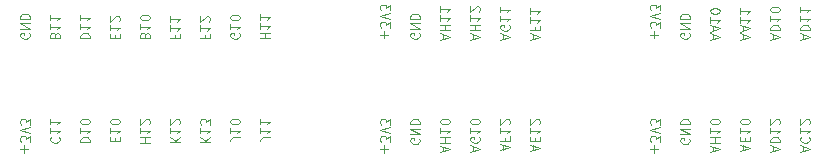
<source format=gbo>
G04 #@! TF.GenerationSoftware,KiCad,Pcbnew,7.0.11-7.0.11~ubuntu20.04.1*
G04 #@! TF.CreationDate,2024-08-17T23:29:04+02:00*
G04 #@! TF.ProjectId,kicad-kria-4x-pmod,6b696361-642d-46b7-9269-612d34782d70,1.0*
G04 #@! TF.SameCoordinates,Original*
G04 #@! TF.FileFunction,Legend,Bot*
G04 #@! TF.FilePolarity,Positive*
%FSLAX46Y46*%
G04 Gerber Fmt 4.6, Leading zero omitted, Abs format (unit mm)*
G04 Created by KiCad (PCBNEW 7.0.11-7.0.11~ubuntu20.04.1) date 2024-08-17 23:29:04*
%MOMM*%
%LPD*%
G01*
G04 APERTURE LIST*
G04 Aperture macros list*
%AMRoundRect*
0 Rectangle with rounded corners*
0 $1 Rounding radius*
0 $2 $3 $4 $5 $6 $7 $8 $9 X,Y pos of 4 corners*
0 Add a 4 corners polygon primitive as box body*
4,1,4,$2,$3,$4,$5,$6,$7,$8,$9,$2,$3,0*
0 Add four circle primitives for the rounded corners*
1,1,$1+$1,$2,$3*
1,1,$1+$1,$4,$5*
1,1,$1+$1,$6,$7*
1,1,$1+$1,$8,$9*
0 Add four rect primitives between the rounded corners*
20,1,$1+$1,$2,$3,$4,$5,0*
20,1,$1+$1,$4,$5,$6,$7,0*
20,1,$1+$1,$6,$7,$8,$9,0*
20,1,$1+$1,$8,$9,$2,$3,0*%
G04 Aperture macros list end*
%ADD10C,0.100000*%
%ADD11C,2.500000*%
%ADD12R,1.700000X1.700000*%
%ADD13O,1.700000X1.700000*%
%ADD14RoundRect,0.250000X-0.600000X0.600000X-0.600000X-0.600000X0.600000X-0.600000X0.600000X0.600000X0*%
%ADD15C,1.700000*%
G04 APERTURE END LIST*
D10*
X170043676Y-81027932D02*
X170043676Y-80646979D01*
X169815104Y-81104122D02*
X170615104Y-80837455D01*
X170615104Y-80837455D02*
X169815104Y-80570789D01*
X169891295Y-79846979D02*
X169853200Y-79885075D01*
X169853200Y-79885075D02*
X169815104Y-79999360D01*
X169815104Y-79999360D02*
X169815104Y-80075551D01*
X169815104Y-80075551D02*
X169853200Y-80189837D01*
X169853200Y-80189837D02*
X169929390Y-80266027D01*
X169929390Y-80266027D02*
X170005580Y-80304122D01*
X170005580Y-80304122D02*
X170157961Y-80342218D01*
X170157961Y-80342218D02*
X170272247Y-80342218D01*
X170272247Y-80342218D02*
X170424628Y-80304122D01*
X170424628Y-80304122D02*
X170500819Y-80266027D01*
X170500819Y-80266027D02*
X170577009Y-80189837D01*
X170577009Y-80189837D02*
X170615104Y-80075551D01*
X170615104Y-80075551D02*
X170615104Y-79999360D01*
X170615104Y-79999360D02*
X170577009Y-79885075D01*
X170577009Y-79885075D02*
X170538914Y-79846979D01*
X169815104Y-79085075D02*
X169815104Y-79542218D01*
X169815104Y-79313646D02*
X170615104Y-79313646D01*
X170615104Y-79313646D02*
X170500819Y-79389837D01*
X170500819Y-79389837D02*
X170424628Y-79466027D01*
X170424628Y-79466027D02*
X170386533Y-79542218D01*
X170538914Y-78780313D02*
X170577009Y-78742217D01*
X170577009Y-78742217D02*
X170615104Y-78666027D01*
X170615104Y-78666027D02*
X170615104Y-78475551D01*
X170615104Y-78475551D02*
X170577009Y-78399360D01*
X170577009Y-78399360D02*
X170538914Y-78361265D01*
X170538914Y-78361265D02*
X170462723Y-78323170D01*
X170462723Y-78323170D02*
X170386533Y-78323170D01*
X170386533Y-78323170D02*
X170272247Y-78361265D01*
X170272247Y-78361265D02*
X169815104Y-78818408D01*
X169815104Y-78818408D02*
X169815104Y-78323170D01*
X167503676Y-81027932D02*
X167503676Y-80646979D01*
X167275104Y-81104122D02*
X168075104Y-80837455D01*
X168075104Y-80837455D02*
X167275104Y-80570789D01*
X167275104Y-80304122D02*
X168075104Y-80304122D01*
X168075104Y-80304122D02*
X168075104Y-80113646D01*
X168075104Y-80113646D02*
X168037009Y-79999360D01*
X168037009Y-79999360D02*
X167960819Y-79923170D01*
X167960819Y-79923170D02*
X167884628Y-79885075D01*
X167884628Y-79885075D02*
X167732247Y-79846979D01*
X167732247Y-79846979D02*
X167617961Y-79846979D01*
X167617961Y-79846979D02*
X167465580Y-79885075D01*
X167465580Y-79885075D02*
X167389390Y-79923170D01*
X167389390Y-79923170D02*
X167313200Y-79999360D01*
X167313200Y-79999360D02*
X167275104Y-80113646D01*
X167275104Y-80113646D02*
X167275104Y-80304122D01*
X167275104Y-79085075D02*
X167275104Y-79542218D01*
X167275104Y-79313646D02*
X168075104Y-79313646D01*
X168075104Y-79313646D02*
X167960819Y-79389837D01*
X167960819Y-79389837D02*
X167884628Y-79466027D01*
X167884628Y-79466027D02*
X167846533Y-79542218D01*
X167998914Y-78780313D02*
X168037009Y-78742217D01*
X168037009Y-78742217D02*
X168075104Y-78666027D01*
X168075104Y-78666027D02*
X168075104Y-78475551D01*
X168075104Y-78475551D02*
X168037009Y-78399360D01*
X168037009Y-78399360D02*
X167998914Y-78361265D01*
X167998914Y-78361265D02*
X167922723Y-78323170D01*
X167922723Y-78323170D02*
X167846533Y-78323170D01*
X167846533Y-78323170D02*
X167732247Y-78361265D01*
X167732247Y-78361265D02*
X167275104Y-78818408D01*
X167275104Y-78818408D02*
X167275104Y-78323170D01*
X164963676Y-80951742D02*
X164963676Y-80570789D01*
X164735104Y-81027932D02*
X165535104Y-80761265D01*
X165535104Y-80761265D02*
X164735104Y-80494599D01*
X165154152Y-80227932D02*
X165154152Y-79961266D01*
X164735104Y-79846980D02*
X164735104Y-80227932D01*
X164735104Y-80227932D02*
X165535104Y-80227932D01*
X165535104Y-80227932D02*
X165535104Y-79846980D01*
X164735104Y-79085075D02*
X164735104Y-79542218D01*
X164735104Y-79313646D02*
X165535104Y-79313646D01*
X165535104Y-79313646D02*
X165420819Y-79389837D01*
X165420819Y-79389837D02*
X165344628Y-79466027D01*
X165344628Y-79466027D02*
X165306533Y-79542218D01*
X165535104Y-78589836D02*
X165535104Y-78513646D01*
X165535104Y-78513646D02*
X165497009Y-78437455D01*
X165497009Y-78437455D02*
X165458914Y-78399360D01*
X165458914Y-78399360D02*
X165382723Y-78361265D01*
X165382723Y-78361265D02*
X165230342Y-78323170D01*
X165230342Y-78323170D02*
X165039866Y-78323170D01*
X165039866Y-78323170D02*
X164887485Y-78361265D01*
X164887485Y-78361265D02*
X164811295Y-78399360D01*
X164811295Y-78399360D02*
X164773200Y-78437455D01*
X164773200Y-78437455D02*
X164735104Y-78513646D01*
X164735104Y-78513646D02*
X164735104Y-78589836D01*
X164735104Y-78589836D02*
X164773200Y-78666027D01*
X164773200Y-78666027D02*
X164811295Y-78704122D01*
X164811295Y-78704122D02*
X164887485Y-78742217D01*
X164887485Y-78742217D02*
X165039866Y-78780313D01*
X165039866Y-78780313D02*
X165230342Y-78780313D01*
X165230342Y-78780313D02*
X165382723Y-78742217D01*
X165382723Y-78742217D02*
X165458914Y-78704122D01*
X165458914Y-78704122D02*
X165497009Y-78666027D01*
X165497009Y-78666027D02*
X165535104Y-78589836D01*
X170043676Y-71536830D02*
X170043676Y-71155877D01*
X169815104Y-71613020D02*
X170615104Y-71346353D01*
X170615104Y-71346353D02*
X169815104Y-71079687D01*
X169815104Y-70813020D02*
X170615104Y-70813020D01*
X170615104Y-70813020D02*
X170615104Y-70622544D01*
X170615104Y-70622544D02*
X170577009Y-70508258D01*
X170577009Y-70508258D02*
X170500819Y-70432068D01*
X170500819Y-70432068D02*
X170424628Y-70393973D01*
X170424628Y-70393973D02*
X170272247Y-70355877D01*
X170272247Y-70355877D02*
X170157961Y-70355877D01*
X170157961Y-70355877D02*
X170005580Y-70393973D01*
X170005580Y-70393973D02*
X169929390Y-70432068D01*
X169929390Y-70432068D02*
X169853200Y-70508258D01*
X169853200Y-70508258D02*
X169815104Y-70622544D01*
X169815104Y-70622544D02*
X169815104Y-70813020D01*
X169815104Y-69593973D02*
X169815104Y-70051116D01*
X169815104Y-69822544D02*
X170615104Y-69822544D01*
X170615104Y-69822544D02*
X170500819Y-69898735D01*
X170500819Y-69898735D02*
X170424628Y-69974925D01*
X170424628Y-69974925D02*
X170386533Y-70051116D01*
X169815104Y-68832068D02*
X169815104Y-69289211D01*
X169815104Y-69060639D02*
X170615104Y-69060639D01*
X170615104Y-69060639D02*
X170500819Y-69136830D01*
X170500819Y-69136830D02*
X170424628Y-69213020D01*
X170424628Y-69213020D02*
X170386533Y-69289211D01*
X167503676Y-71536830D02*
X167503676Y-71155877D01*
X167275104Y-71613020D02*
X168075104Y-71346353D01*
X168075104Y-71346353D02*
X167275104Y-71079687D01*
X167275104Y-70813020D02*
X168075104Y-70813020D01*
X168075104Y-70813020D02*
X168075104Y-70622544D01*
X168075104Y-70622544D02*
X168037009Y-70508258D01*
X168037009Y-70508258D02*
X167960819Y-70432068D01*
X167960819Y-70432068D02*
X167884628Y-70393973D01*
X167884628Y-70393973D02*
X167732247Y-70355877D01*
X167732247Y-70355877D02*
X167617961Y-70355877D01*
X167617961Y-70355877D02*
X167465580Y-70393973D01*
X167465580Y-70393973D02*
X167389390Y-70432068D01*
X167389390Y-70432068D02*
X167313200Y-70508258D01*
X167313200Y-70508258D02*
X167275104Y-70622544D01*
X167275104Y-70622544D02*
X167275104Y-70813020D01*
X167275104Y-69593973D02*
X167275104Y-70051116D01*
X167275104Y-69822544D02*
X168075104Y-69822544D01*
X168075104Y-69822544D02*
X167960819Y-69898735D01*
X167960819Y-69898735D02*
X167884628Y-69974925D01*
X167884628Y-69974925D02*
X167846533Y-70051116D01*
X168075104Y-69098734D02*
X168075104Y-69022544D01*
X168075104Y-69022544D02*
X168037009Y-68946353D01*
X168037009Y-68946353D02*
X167998914Y-68908258D01*
X167998914Y-68908258D02*
X167922723Y-68870163D01*
X167922723Y-68870163D02*
X167770342Y-68832068D01*
X167770342Y-68832068D02*
X167579866Y-68832068D01*
X167579866Y-68832068D02*
X167427485Y-68870163D01*
X167427485Y-68870163D02*
X167351295Y-68908258D01*
X167351295Y-68908258D02*
X167313200Y-68946353D01*
X167313200Y-68946353D02*
X167275104Y-69022544D01*
X167275104Y-69022544D02*
X167275104Y-69098734D01*
X167275104Y-69098734D02*
X167313200Y-69174925D01*
X167313200Y-69174925D02*
X167351295Y-69213020D01*
X167351295Y-69213020D02*
X167427485Y-69251115D01*
X167427485Y-69251115D02*
X167579866Y-69289211D01*
X167579866Y-69289211D02*
X167770342Y-69289211D01*
X167770342Y-69289211D02*
X167922723Y-69251115D01*
X167922723Y-69251115D02*
X167998914Y-69213020D01*
X167998914Y-69213020D02*
X168037009Y-69174925D01*
X168037009Y-69174925D02*
X168075104Y-69098734D01*
X164963676Y-71536830D02*
X164963676Y-71155877D01*
X164735104Y-71613020D02*
X165535104Y-71346353D01*
X165535104Y-71346353D02*
X164735104Y-71079687D01*
X164963676Y-70851116D02*
X164963676Y-70470163D01*
X164735104Y-70927306D02*
X165535104Y-70660639D01*
X165535104Y-70660639D02*
X164735104Y-70393973D01*
X164735104Y-69708259D02*
X164735104Y-70165402D01*
X164735104Y-69936830D02*
X165535104Y-69936830D01*
X165535104Y-69936830D02*
X165420819Y-70013021D01*
X165420819Y-70013021D02*
X165344628Y-70089211D01*
X165344628Y-70089211D02*
X165306533Y-70165402D01*
X164735104Y-68946354D02*
X164735104Y-69403497D01*
X164735104Y-69174925D02*
X165535104Y-69174925D01*
X165535104Y-69174925D02*
X165420819Y-69251116D01*
X165420819Y-69251116D02*
X165344628Y-69327306D01*
X165344628Y-69327306D02*
X165306533Y-69403497D01*
X162423676Y-81066027D02*
X162423676Y-80685074D01*
X162195104Y-81142217D02*
X162995104Y-80875550D01*
X162995104Y-80875550D02*
X162195104Y-80608884D01*
X162195104Y-80342217D02*
X162995104Y-80342217D01*
X162614152Y-80342217D02*
X162614152Y-79885074D01*
X162195104Y-79885074D02*
X162995104Y-79885074D01*
X162195104Y-79085075D02*
X162195104Y-79542218D01*
X162195104Y-79313646D02*
X162995104Y-79313646D01*
X162995104Y-79313646D02*
X162880819Y-79389837D01*
X162880819Y-79389837D02*
X162804628Y-79466027D01*
X162804628Y-79466027D02*
X162766533Y-79542218D01*
X162995104Y-78589836D02*
X162995104Y-78513646D01*
X162995104Y-78513646D02*
X162957009Y-78437455D01*
X162957009Y-78437455D02*
X162918914Y-78399360D01*
X162918914Y-78399360D02*
X162842723Y-78361265D01*
X162842723Y-78361265D02*
X162690342Y-78323170D01*
X162690342Y-78323170D02*
X162499866Y-78323170D01*
X162499866Y-78323170D02*
X162347485Y-78361265D01*
X162347485Y-78361265D02*
X162271295Y-78399360D01*
X162271295Y-78399360D02*
X162233200Y-78437455D01*
X162233200Y-78437455D02*
X162195104Y-78513646D01*
X162195104Y-78513646D02*
X162195104Y-78589836D01*
X162195104Y-78589836D02*
X162233200Y-78666027D01*
X162233200Y-78666027D02*
X162271295Y-78704122D01*
X162271295Y-78704122D02*
X162347485Y-78742217D01*
X162347485Y-78742217D02*
X162499866Y-78780313D01*
X162499866Y-78780313D02*
X162690342Y-78780313D01*
X162690342Y-78780313D02*
X162842723Y-78742217D01*
X162842723Y-78742217D02*
X162918914Y-78704122D01*
X162918914Y-78704122D02*
X162957009Y-78666027D01*
X162957009Y-78666027D02*
X162995104Y-78589836D01*
X160417009Y-79999360D02*
X160455104Y-80075550D01*
X160455104Y-80075550D02*
X160455104Y-80189836D01*
X160455104Y-80189836D02*
X160417009Y-80304122D01*
X160417009Y-80304122D02*
X160340819Y-80380312D01*
X160340819Y-80380312D02*
X160264628Y-80418407D01*
X160264628Y-80418407D02*
X160112247Y-80456503D01*
X160112247Y-80456503D02*
X159997961Y-80456503D01*
X159997961Y-80456503D02*
X159845580Y-80418407D01*
X159845580Y-80418407D02*
X159769390Y-80380312D01*
X159769390Y-80380312D02*
X159693200Y-80304122D01*
X159693200Y-80304122D02*
X159655104Y-80189836D01*
X159655104Y-80189836D02*
X159655104Y-80113645D01*
X159655104Y-80113645D02*
X159693200Y-79999360D01*
X159693200Y-79999360D02*
X159731295Y-79961264D01*
X159731295Y-79961264D02*
X159997961Y-79961264D01*
X159997961Y-79961264D02*
X159997961Y-80113645D01*
X159655104Y-79618407D02*
X160455104Y-79618407D01*
X160455104Y-79618407D02*
X159655104Y-79161264D01*
X159655104Y-79161264D02*
X160455104Y-79161264D01*
X159655104Y-78780312D02*
X160455104Y-78780312D01*
X160455104Y-78780312D02*
X160455104Y-78589836D01*
X160455104Y-78589836D02*
X160417009Y-78475550D01*
X160417009Y-78475550D02*
X160340819Y-78399360D01*
X160340819Y-78399360D02*
X160264628Y-78361265D01*
X160264628Y-78361265D02*
X160112247Y-78323169D01*
X160112247Y-78323169D02*
X159997961Y-78323169D01*
X159997961Y-78323169D02*
X159845580Y-78361265D01*
X159845580Y-78361265D02*
X159769390Y-78399360D01*
X159769390Y-78399360D02*
X159693200Y-78475550D01*
X159693200Y-78475550D02*
X159655104Y-78589836D01*
X159655104Y-78589836D02*
X159655104Y-78780312D01*
X157419866Y-81180312D02*
X157419866Y-80570789D01*
X157115104Y-80875550D02*
X157724628Y-80875550D01*
X157915104Y-80266027D02*
X157915104Y-79770789D01*
X157915104Y-79770789D02*
X157610342Y-80037455D01*
X157610342Y-80037455D02*
X157610342Y-79923170D01*
X157610342Y-79923170D02*
X157572247Y-79846979D01*
X157572247Y-79846979D02*
X157534152Y-79808884D01*
X157534152Y-79808884D02*
X157457961Y-79770789D01*
X157457961Y-79770789D02*
X157267485Y-79770789D01*
X157267485Y-79770789D02*
X157191295Y-79808884D01*
X157191295Y-79808884D02*
X157153200Y-79846979D01*
X157153200Y-79846979D02*
X157115104Y-79923170D01*
X157115104Y-79923170D02*
X157115104Y-80151741D01*
X157115104Y-80151741D02*
X157153200Y-80227932D01*
X157153200Y-80227932D02*
X157191295Y-80266027D01*
X157915104Y-79542217D02*
X157115104Y-79275550D01*
X157115104Y-79275550D02*
X157915104Y-79008884D01*
X157915104Y-78818408D02*
X157915104Y-78323170D01*
X157915104Y-78323170D02*
X157610342Y-78589836D01*
X157610342Y-78589836D02*
X157610342Y-78475551D01*
X157610342Y-78475551D02*
X157572247Y-78399360D01*
X157572247Y-78399360D02*
X157534152Y-78361265D01*
X157534152Y-78361265D02*
X157457961Y-78323170D01*
X157457961Y-78323170D02*
X157267485Y-78323170D01*
X157267485Y-78323170D02*
X157191295Y-78361265D01*
X157191295Y-78361265D02*
X157153200Y-78399360D01*
X157153200Y-78399360D02*
X157115104Y-78475551D01*
X157115104Y-78475551D02*
X157115104Y-78704122D01*
X157115104Y-78704122D02*
X157153200Y-78780313D01*
X157153200Y-78780313D02*
X157191295Y-78818408D01*
X162423676Y-71536830D02*
X162423676Y-71155877D01*
X162195104Y-71613020D02*
X162995104Y-71346353D01*
X162995104Y-71346353D02*
X162195104Y-71079687D01*
X162423676Y-70851116D02*
X162423676Y-70470163D01*
X162195104Y-70927306D02*
X162995104Y-70660639D01*
X162995104Y-70660639D02*
X162195104Y-70393973D01*
X162195104Y-69708259D02*
X162195104Y-70165402D01*
X162195104Y-69936830D02*
X162995104Y-69936830D01*
X162995104Y-69936830D02*
X162880819Y-70013021D01*
X162880819Y-70013021D02*
X162804628Y-70089211D01*
X162804628Y-70089211D02*
X162766533Y-70165402D01*
X162995104Y-69213020D02*
X162995104Y-69136830D01*
X162995104Y-69136830D02*
X162957009Y-69060639D01*
X162957009Y-69060639D02*
X162918914Y-69022544D01*
X162918914Y-69022544D02*
X162842723Y-68984449D01*
X162842723Y-68984449D02*
X162690342Y-68946354D01*
X162690342Y-68946354D02*
X162499866Y-68946354D01*
X162499866Y-68946354D02*
X162347485Y-68984449D01*
X162347485Y-68984449D02*
X162271295Y-69022544D01*
X162271295Y-69022544D02*
X162233200Y-69060639D01*
X162233200Y-69060639D02*
X162195104Y-69136830D01*
X162195104Y-69136830D02*
X162195104Y-69213020D01*
X162195104Y-69213020D02*
X162233200Y-69289211D01*
X162233200Y-69289211D02*
X162271295Y-69327306D01*
X162271295Y-69327306D02*
X162347485Y-69365401D01*
X162347485Y-69365401D02*
X162499866Y-69403497D01*
X162499866Y-69403497D02*
X162690342Y-69403497D01*
X162690342Y-69403497D02*
X162842723Y-69365401D01*
X162842723Y-69365401D02*
X162918914Y-69327306D01*
X162918914Y-69327306D02*
X162957009Y-69289211D01*
X162957009Y-69289211D02*
X162995104Y-69213020D01*
X160417009Y-71079687D02*
X160455104Y-71155877D01*
X160455104Y-71155877D02*
X160455104Y-71270163D01*
X160455104Y-71270163D02*
X160417009Y-71384449D01*
X160417009Y-71384449D02*
X160340819Y-71460639D01*
X160340819Y-71460639D02*
X160264628Y-71498734D01*
X160264628Y-71498734D02*
X160112247Y-71536830D01*
X160112247Y-71536830D02*
X159997961Y-71536830D01*
X159997961Y-71536830D02*
X159845580Y-71498734D01*
X159845580Y-71498734D02*
X159769390Y-71460639D01*
X159769390Y-71460639D02*
X159693200Y-71384449D01*
X159693200Y-71384449D02*
X159655104Y-71270163D01*
X159655104Y-71270163D02*
X159655104Y-71193972D01*
X159655104Y-71193972D02*
X159693200Y-71079687D01*
X159693200Y-71079687D02*
X159731295Y-71041591D01*
X159731295Y-71041591D02*
X159997961Y-71041591D01*
X159997961Y-71041591D02*
X159997961Y-71193972D01*
X159655104Y-70698734D02*
X160455104Y-70698734D01*
X160455104Y-70698734D02*
X159655104Y-70241591D01*
X159655104Y-70241591D02*
X160455104Y-70241591D01*
X159655104Y-69860639D02*
X160455104Y-69860639D01*
X160455104Y-69860639D02*
X160455104Y-69670163D01*
X160455104Y-69670163D02*
X160417009Y-69555877D01*
X160417009Y-69555877D02*
X160340819Y-69479687D01*
X160340819Y-69479687D02*
X160264628Y-69441592D01*
X160264628Y-69441592D02*
X160112247Y-69403496D01*
X160112247Y-69403496D02*
X159997961Y-69403496D01*
X159997961Y-69403496D02*
X159845580Y-69441592D01*
X159845580Y-69441592D02*
X159769390Y-69479687D01*
X159769390Y-69479687D02*
X159693200Y-69555877D01*
X159693200Y-69555877D02*
X159655104Y-69670163D01*
X159655104Y-69670163D02*
X159655104Y-69860639D01*
X157419866Y-71498734D02*
X157419866Y-70889211D01*
X157115104Y-71193972D02*
X157724628Y-71193972D01*
X157915104Y-70584449D02*
X157915104Y-70089211D01*
X157915104Y-70089211D02*
X157610342Y-70355877D01*
X157610342Y-70355877D02*
X157610342Y-70241592D01*
X157610342Y-70241592D02*
X157572247Y-70165401D01*
X157572247Y-70165401D02*
X157534152Y-70127306D01*
X157534152Y-70127306D02*
X157457961Y-70089211D01*
X157457961Y-70089211D02*
X157267485Y-70089211D01*
X157267485Y-70089211D02*
X157191295Y-70127306D01*
X157191295Y-70127306D02*
X157153200Y-70165401D01*
X157153200Y-70165401D02*
X157115104Y-70241592D01*
X157115104Y-70241592D02*
X157115104Y-70470163D01*
X157115104Y-70470163D02*
X157153200Y-70546354D01*
X157153200Y-70546354D02*
X157191295Y-70584449D01*
X157915104Y-69860639D02*
X157115104Y-69593972D01*
X157115104Y-69593972D02*
X157915104Y-69327306D01*
X157915104Y-69136830D02*
X157915104Y-68641592D01*
X157915104Y-68641592D02*
X157610342Y-68908258D01*
X157610342Y-68908258D02*
X157610342Y-68793973D01*
X157610342Y-68793973D02*
X157572247Y-68717782D01*
X157572247Y-68717782D02*
X157534152Y-68679687D01*
X157534152Y-68679687D02*
X157457961Y-68641592D01*
X157457961Y-68641592D02*
X157267485Y-68641592D01*
X157267485Y-68641592D02*
X157191295Y-68679687D01*
X157191295Y-68679687D02*
X157153200Y-68717782D01*
X157153200Y-68717782D02*
X157115104Y-68793973D01*
X157115104Y-68793973D02*
X157115104Y-69022544D01*
X157115104Y-69022544D02*
X157153200Y-69098735D01*
X157153200Y-69098735D02*
X157191295Y-69136830D01*
X147183676Y-80951742D02*
X147183676Y-80570789D01*
X146955104Y-81027932D02*
X147755104Y-80761265D01*
X147755104Y-80761265D02*
X146955104Y-80494599D01*
X147374152Y-80227932D02*
X147374152Y-79961266D01*
X146955104Y-79846980D02*
X146955104Y-80227932D01*
X146955104Y-80227932D02*
X147755104Y-80227932D01*
X147755104Y-80227932D02*
X147755104Y-79846980D01*
X146955104Y-79085075D02*
X146955104Y-79542218D01*
X146955104Y-79313646D02*
X147755104Y-79313646D01*
X147755104Y-79313646D02*
X147640819Y-79389837D01*
X147640819Y-79389837D02*
X147564628Y-79466027D01*
X147564628Y-79466027D02*
X147526533Y-79542218D01*
X147678914Y-78780313D02*
X147717009Y-78742217D01*
X147717009Y-78742217D02*
X147755104Y-78666027D01*
X147755104Y-78666027D02*
X147755104Y-78475551D01*
X147755104Y-78475551D02*
X147717009Y-78399360D01*
X147717009Y-78399360D02*
X147678914Y-78361265D01*
X147678914Y-78361265D02*
X147602723Y-78323170D01*
X147602723Y-78323170D02*
X147526533Y-78323170D01*
X147526533Y-78323170D02*
X147412247Y-78361265D01*
X147412247Y-78361265D02*
X146955104Y-78818408D01*
X146955104Y-78818408D02*
X146955104Y-78323170D01*
X144643676Y-80913646D02*
X144643676Y-80532693D01*
X144415104Y-80989836D02*
X145215104Y-80723169D01*
X145215104Y-80723169D02*
X144415104Y-80456503D01*
X144834152Y-79923170D02*
X144834152Y-80189836D01*
X144415104Y-80189836D02*
X145215104Y-80189836D01*
X145215104Y-80189836D02*
X145215104Y-79808884D01*
X144415104Y-79085075D02*
X144415104Y-79542218D01*
X144415104Y-79313646D02*
X145215104Y-79313646D01*
X145215104Y-79313646D02*
X145100819Y-79389837D01*
X145100819Y-79389837D02*
X145024628Y-79466027D01*
X145024628Y-79466027D02*
X144986533Y-79542218D01*
X145138914Y-78780313D02*
X145177009Y-78742217D01*
X145177009Y-78742217D02*
X145215104Y-78666027D01*
X145215104Y-78666027D02*
X145215104Y-78475551D01*
X145215104Y-78475551D02*
X145177009Y-78399360D01*
X145177009Y-78399360D02*
X145138914Y-78361265D01*
X145138914Y-78361265D02*
X145062723Y-78323170D01*
X145062723Y-78323170D02*
X144986533Y-78323170D01*
X144986533Y-78323170D02*
X144872247Y-78361265D01*
X144872247Y-78361265D02*
X144415104Y-78818408D01*
X144415104Y-78818408D02*
X144415104Y-78323170D01*
X142103676Y-81027932D02*
X142103676Y-80646979D01*
X141875104Y-81104122D02*
X142675104Y-80837455D01*
X142675104Y-80837455D02*
X141875104Y-80570789D01*
X142637009Y-79885075D02*
X142675104Y-79961265D01*
X142675104Y-79961265D02*
X142675104Y-80075551D01*
X142675104Y-80075551D02*
X142637009Y-80189837D01*
X142637009Y-80189837D02*
X142560819Y-80266027D01*
X142560819Y-80266027D02*
X142484628Y-80304122D01*
X142484628Y-80304122D02*
X142332247Y-80342218D01*
X142332247Y-80342218D02*
X142217961Y-80342218D01*
X142217961Y-80342218D02*
X142065580Y-80304122D01*
X142065580Y-80304122D02*
X141989390Y-80266027D01*
X141989390Y-80266027D02*
X141913200Y-80189837D01*
X141913200Y-80189837D02*
X141875104Y-80075551D01*
X141875104Y-80075551D02*
X141875104Y-79999360D01*
X141875104Y-79999360D02*
X141913200Y-79885075D01*
X141913200Y-79885075D02*
X141951295Y-79846979D01*
X141951295Y-79846979D02*
X142217961Y-79846979D01*
X142217961Y-79846979D02*
X142217961Y-79999360D01*
X141875104Y-79085075D02*
X141875104Y-79542218D01*
X141875104Y-79313646D02*
X142675104Y-79313646D01*
X142675104Y-79313646D02*
X142560819Y-79389837D01*
X142560819Y-79389837D02*
X142484628Y-79466027D01*
X142484628Y-79466027D02*
X142446533Y-79542218D01*
X142675104Y-78589836D02*
X142675104Y-78513646D01*
X142675104Y-78513646D02*
X142637009Y-78437455D01*
X142637009Y-78437455D02*
X142598914Y-78399360D01*
X142598914Y-78399360D02*
X142522723Y-78361265D01*
X142522723Y-78361265D02*
X142370342Y-78323170D01*
X142370342Y-78323170D02*
X142179866Y-78323170D01*
X142179866Y-78323170D02*
X142027485Y-78361265D01*
X142027485Y-78361265D02*
X141951295Y-78399360D01*
X141951295Y-78399360D02*
X141913200Y-78437455D01*
X141913200Y-78437455D02*
X141875104Y-78513646D01*
X141875104Y-78513646D02*
X141875104Y-78589836D01*
X141875104Y-78589836D02*
X141913200Y-78666027D01*
X141913200Y-78666027D02*
X141951295Y-78704122D01*
X141951295Y-78704122D02*
X142027485Y-78742217D01*
X142027485Y-78742217D02*
X142179866Y-78780313D01*
X142179866Y-78780313D02*
X142370342Y-78780313D01*
X142370342Y-78780313D02*
X142522723Y-78742217D01*
X142522723Y-78742217D02*
X142598914Y-78704122D01*
X142598914Y-78704122D02*
X142637009Y-78666027D01*
X142637009Y-78666027D02*
X142675104Y-78589836D01*
X139563676Y-81066027D02*
X139563676Y-80685074D01*
X139335104Y-81142217D02*
X140135104Y-80875550D01*
X140135104Y-80875550D02*
X139335104Y-80608884D01*
X139335104Y-80342217D02*
X140135104Y-80342217D01*
X139754152Y-80342217D02*
X139754152Y-79885074D01*
X139335104Y-79885074D02*
X140135104Y-79885074D01*
X139335104Y-79085075D02*
X139335104Y-79542218D01*
X139335104Y-79313646D02*
X140135104Y-79313646D01*
X140135104Y-79313646D02*
X140020819Y-79389837D01*
X140020819Y-79389837D02*
X139944628Y-79466027D01*
X139944628Y-79466027D02*
X139906533Y-79542218D01*
X140135104Y-78589836D02*
X140135104Y-78513646D01*
X140135104Y-78513646D02*
X140097009Y-78437455D01*
X140097009Y-78437455D02*
X140058914Y-78399360D01*
X140058914Y-78399360D02*
X139982723Y-78361265D01*
X139982723Y-78361265D02*
X139830342Y-78323170D01*
X139830342Y-78323170D02*
X139639866Y-78323170D01*
X139639866Y-78323170D02*
X139487485Y-78361265D01*
X139487485Y-78361265D02*
X139411295Y-78399360D01*
X139411295Y-78399360D02*
X139373200Y-78437455D01*
X139373200Y-78437455D02*
X139335104Y-78513646D01*
X139335104Y-78513646D02*
X139335104Y-78589836D01*
X139335104Y-78589836D02*
X139373200Y-78666027D01*
X139373200Y-78666027D02*
X139411295Y-78704122D01*
X139411295Y-78704122D02*
X139487485Y-78742217D01*
X139487485Y-78742217D02*
X139639866Y-78780313D01*
X139639866Y-78780313D02*
X139830342Y-78780313D01*
X139830342Y-78780313D02*
X139982723Y-78742217D01*
X139982723Y-78742217D02*
X140058914Y-78704122D01*
X140058914Y-78704122D02*
X140097009Y-78666027D01*
X140097009Y-78666027D02*
X140135104Y-78589836D01*
X147183676Y-71536830D02*
X147183676Y-71155877D01*
X146955104Y-71613020D02*
X147755104Y-71346353D01*
X147755104Y-71346353D02*
X146955104Y-71079687D01*
X147374152Y-70546354D02*
X147374152Y-70813020D01*
X146955104Y-70813020D02*
X147755104Y-70813020D01*
X147755104Y-70813020D02*
X147755104Y-70432068D01*
X146955104Y-69708259D02*
X146955104Y-70165402D01*
X146955104Y-69936830D02*
X147755104Y-69936830D01*
X147755104Y-69936830D02*
X147640819Y-70013021D01*
X147640819Y-70013021D02*
X147564628Y-70089211D01*
X147564628Y-70089211D02*
X147526533Y-70165402D01*
X146955104Y-68946354D02*
X146955104Y-69403497D01*
X146955104Y-69174925D02*
X147755104Y-69174925D01*
X147755104Y-69174925D02*
X147640819Y-69251116D01*
X147640819Y-69251116D02*
X147564628Y-69327306D01*
X147564628Y-69327306D02*
X147526533Y-69403497D01*
X144643676Y-71536830D02*
X144643676Y-71155877D01*
X144415104Y-71613020D02*
X145215104Y-71346353D01*
X145215104Y-71346353D02*
X144415104Y-71079687D01*
X145177009Y-70393973D02*
X145215104Y-70470163D01*
X145215104Y-70470163D02*
X145215104Y-70584449D01*
X145215104Y-70584449D02*
X145177009Y-70698735D01*
X145177009Y-70698735D02*
X145100819Y-70774925D01*
X145100819Y-70774925D02*
X145024628Y-70813020D01*
X145024628Y-70813020D02*
X144872247Y-70851116D01*
X144872247Y-70851116D02*
X144757961Y-70851116D01*
X144757961Y-70851116D02*
X144605580Y-70813020D01*
X144605580Y-70813020D02*
X144529390Y-70774925D01*
X144529390Y-70774925D02*
X144453200Y-70698735D01*
X144453200Y-70698735D02*
X144415104Y-70584449D01*
X144415104Y-70584449D02*
X144415104Y-70508258D01*
X144415104Y-70508258D02*
X144453200Y-70393973D01*
X144453200Y-70393973D02*
X144491295Y-70355877D01*
X144491295Y-70355877D02*
X144757961Y-70355877D01*
X144757961Y-70355877D02*
X144757961Y-70508258D01*
X144415104Y-69593973D02*
X144415104Y-70051116D01*
X144415104Y-69822544D02*
X145215104Y-69822544D01*
X145215104Y-69822544D02*
X145100819Y-69898735D01*
X145100819Y-69898735D02*
X145024628Y-69974925D01*
X145024628Y-69974925D02*
X144986533Y-70051116D01*
X144415104Y-68832068D02*
X144415104Y-69289211D01*
X144415104Y-69060639D02*
X145215104Y-69060639D01*
X145215104Y-69060639D02*
X145100819Y-69136830D01*
X145100819Y-69136830D02*
X145024628Y-69213020D01*
X145024628Y-69213020D02*
X144986533Y-69289211D01*
X142103676Y-71536830D02*
X142103676Y-71155877D01*
X141875104Y-71613020D02*
X142675104Y-71346353D01*
X142675104Y-71346353D02*
X141875104Y-71079687D01*
X141875104Y-70813020D02*
X142675104Y-70813020D01*
X142294152Y-70813020D02*
X142294152Y-70355877D01*
X141875104Y-70355877D02*
X142675104Y-70355877D01*
X141875104Y-69555878D02*
X141875104Y-70013021D01*
X141875104Y-69784449D02*
X142675104Y-69784449D01*
X142675104Y-69784449D02*
X142560819Y-69860640D01*
X142560819Y-69860640D02*
X142484628Y-69936830D01*
X142484628Y-69936830D02*
X142446533Y-70013021D01*
X142598914Y-69251116D02*
X142637009Y-69213020D01*
X142637009Y-69213020D02*
X142675104Y-69136830D01*
X142675104Y-69136830D02*
X142675104Y-68946354D01*
X142675104Y-68946354D02*
X142637009Y-68870163D01*
X142637009Y-68870163D02*
X142598914Y-68832068D01*
X142598914Y-68832068D02*
X142522723Y-68793973D01*
X142522723Y-68793973D02*
X142446533Y-68793973D01*
X142446533Y-68793973D02*
X142332247Y-68832068D01*
X142332247Y-68832068D02*
X141875104Y-69289211D01*
X141875104Y-69289211D02*
X141875104Y-68793973D01*
X139563676Y-71536830D02*
X139563676Y-71155877D01*
X139335104Y-71613020D02*
X140135104Y-71346353D01*
X140135104Y-71346353D02*
X139335104Y-71079687D01*
X139335104Y-70813020D02*
X140135104Y-70813020D01*
X139754152Y-70813020D02*
X139754152Y-70355877D01*
X139335104Y-70355877D02*
X140135104Y-70355877D01*
X139335104Y-69555878D02*
X139335104Y-70013021D01*
X139335104Y-69784449D02*
X140135104Y-69784449D01*
X140135104Y-69784449D02*
X140020819Y-69860640D01*
X140020819Y-69860640D02*
X139944628Y-69936830D01*
X139944628Y-69936830D02*
X139906533Y-70013021D01*
X139335104Y-68793973D02*
X139335104Y-69251116D01*
X139335104Y-69022544D02*
X140135104Y-69022544D01*
X140135104Y-69022544D02*
X140020819Y-69098735D01*
X140020819Y-69098735D02*
X139944628Y-69174925D01*
X139944628Y-69174925D02*
X139906533Y-69251116D01*
X134559866Y-71498734D02*
X134559866Y-70889211D01*
X134255104Y-71193972D02*
X134864628Y-71193972D01*
X135055104Y-70584449D02*
X135055104Y-70089211D01*
X135055104Y-70089211D02*
X134750342Y-70355877D01*
X134750342Y-70355877D02*
X134750342Y-70241592D01*
X134750342Y-70241592D02*
X134712247Y-70165401D01*
X134712247Y-70165401D02*
X134674152Y-70127306D01*
X134674152Y-70127306D02*
X134597961Y-70089211D01*
X134597961Y-70089211D02*
X134407485Y-70089211D01*
X134407485Y-70089211D02*
X134331295Y-70127306D01*
X134331295Y-70127306D02*
X134293200Y-70165401D01*
X134293200Y-70165401D02*
X134255104Y-70241592D01*
X134255104Y-70241592D02*
X134255104Y-70470163D01*
X134255104Y-70470163D02*
X134293200Y-70546354D01*
X134293200Y-70546354D02*
X134331295Y-70584449D01*
X135055104Y-69860639D02*
X134255104Y-69593972D01*
X134255104Y-69593972D02*
X135055104Y-69327306D01*
X135055104Y-69136830D02*
X135055104Y-68641592D01*
X135055104Y-68641592D02*
X134750342Y-68908258D01*
X134750342Y-68908258D02*
X134750342Y-68793973D01*
X134750342Y-68793973D02*
X134712247Y-68717782D01*
X134712247Y-68717782D02*
X134674152Y-68679687D01*
X134674152Y-68679687D02*
X134597961Y-68641592D01*
X134597961Y-68641592D02*
X134407485Y-68641592D01*
X134407485Y-68641592D02*
X134331295Y-68679687D01*
X134331295Y-68679687D02*
X134293200Y-68717782D01*
X134293200Y-68717782D02*
X134255104Y-68793973D01*
X134255104Y-68793973D02*
X134255104Y-69022544D01*
X134255104Y-69022544D02*
X134293200Y-69098735D01*
X134293200Y-69098735D02*
X134331295Y-69136830D01*
X137557009Y-79999360D02*
X137595104Y-80075550D01*
X137595104Y-80075550D02*
X137595104Y-80189836D01*
X137595104Y-80189836D02*
X137557009Y-80304122D01*
X137557009Y-80304122D02*
X137480819Y-80380312D01*
X137480819Y-80380312D02*
X137404628Y-80418407D01*
X137404628Y-80418407D02*
X137252247Y-80456503D01*
X137252247Y-80456503D02*
X137137961Y-80456503D01*
X137137961Y-80456503D02*
X136985580Y-80418407D01*
X136985580Y-80418407D02*
X136909390Y-80380312D01*
X136909390Y-80380312D02*
X136833200Y-80304122D01*
X136833200Y-80304122D02*
X136795104Y-80189836D01*
X136795104Y-80189836D02*
X136795104Y-80113645D01*
X136795104Y-80113645D02*
X136833200Y-79999360D01*
X136833200Y-79999360D02*
X136871295Y-79961264D01*
X136871295Y-79961264D02*
X137137961Y-79961264D01*
X137137961Y-79961264D02*
X137137961Y-80113645D01*
X136795104Y-79618407D02*
X137595104Y-79618407D01*
X137595104Y-79618407D02*
X136795104Y-79161264D01*
X136795104Y-79161264D02*
X137595104Y-79161264D01*
X136795104Y-78780312D02*
X137595104Y-78780312D01*
X137595104Y-78780312D02*
X137595104Y-78589836D01*
X137595104Y-78589836D02*
X137557009Y-78475550D01*
X137557009Y-78475550D02*
X137480819Y-78399360D01*
X137480819Y-78399360D02*
X137404628Y-78361265D01*
X137404628Y-78361265D02*
X137252247Y-78323169D01*
X137252247Y-78323169D02*
X137137961Y-78323169D01*
X137137961Y-78323169D02*
X136985580Y-78361265D01*
X136985580Y-78361265D02*
X136909390Y-78399360D01*
X136909390Y-78399360D02*
X136833200Y-78475550D01*
X136833200Y-78475550D02*
X136795104Y-78589836D01*
X136795104Y-78589836D02*
X136795104Y-78780312D01*
X134559866Y-81180312D02*
X134559866Y-80570789D01*
X134255104Y-80875550D02*
X134864628Y-80875550D01*
X135055104Y-80266027D02*
X135055104Y-79770789D01*
X135055104Y-79770789D02*
X134750342Y-80037455D01*
X134750342Y-80037455D02*
X134750342Y-79923170D01*
X134750342Y-79923170D02*
X134712247Y-79846979D01*
X134712247Y-79846979D02*
X134674152Y-79808884D01*
X134674152Y-79808884D02*
X134597961Y-79770789D01*
X134597961Y-79770789D02*
X134407485Y-79770789D01*
X134407485Y-79770789D02*
X134331295Y-79808884D01*
X134331295Y-79808884D02*
X134293200Y-79846979D01*
X134293200Y-79846979D02*
X134255104Y-79923170D01*
X134255104Y-79923170D02*
X134255104Y-80151741D01*
X134255104Y-80151741D02*
X134293200Y-80227932D01*
X134293200Y-80227932D02*
X134331295Y-80266027D01*
X135055104Y-79542217D02*
X134255104Y-79275550D01*
X134255104Y-79275550D02*
X135055104Y-79008884D01*
X135055104Y-78818408D02*
X135055104Y-78323170D01*
X135055104Y-78323170D02*
X134750342Y-78589836D01*
X134750342Y-78589836D02*
X134750342Y-78475551D01*
X134750342Y-78475551D02*
X134712247Y-78399360D01*
X134712247Y-78399360D02*
X134674152Y-78361265D01*
X134674152Y-78361265D02*
X134597961Y-78323170D01*
X134597961Y-78323170D02*
X134407485Y-78323170D01*
X134407485Y-78323170D02*
X134331295Y-78361265D01*
X134331295Y-78361265D02*
X134293200Y-78399360D01*
X134293200Y-78399360D02*
X134255104Y-78475551D01*
X134255104Y-78475551D02*
X134255104Y-78704122D01*
X134255104Y-78704122D02*
X134293200Y-78780313D01*
X134293200Y-78780313D02*
X134331295Y-78818408D01*
X137557009Y-71079687D02*
X137595104Y-71155877D01*
X137595104Y-71155877D02*
X137595104Y-71270163D01*
X137595104Y-71270163D02*
X137557009Y-71384449D01*
X137557009Y-71384449D02*
X137480819Y-71460639D01*
X137480819Y-71460639D02*
X137404628Y-71498734D01*
X137404628Y-71498734D02*
X137252247Y-71536830D01*
X137252247Y-71536830D02*
X137137961Y-71536830D01*
X137137961Y-71536830D02*
X136985580Y-71498734D01*
X136985580Y-71498734D02*
X136909390Y-71460639D01*
X136909390Y-71460639D02*
X136833200Y-71384449D01*
X136833200Y-71384449D02*
X136795104Y-71270163D01*
X136795104Y-71270163D02*
X136795104Y-71193972D01*
X136795104Y-71193972D02*
X136833200Y-71079687D01*
X136833200Y-71079687D02*
X136871295Y-71041591D01*
X136871295Y-71041591D02*
X137137961Y-71041591D01*
X137137961Y-71041591D02*
X137137961Y-71193972D01*
X136795104Y-70698734D02*
X137595104Y-70698734D01*
X137595104Y-70698734D02*
X136795104Y-70241591D01*
X136795104Y-70241591D02*
X137595104Y-70241591D01*
X136795104Y-69860639D02*
X137595104Y-69860639D01*
X137595104Y-69860639D02*
X137595104Y-69670163D01*
X137595104Y-69670163D02*
X137557009Y-69555877D01*
X137557009Y-69555877D02*
X137480819Y-69479687D01*
X137480819Y-69479687D02*
X137404628Y-69441592D01*
X137404628Y-69441592D02*
X137252247Y-69403496D01*
X137252247Y-69403496D02*
X137137961Y-69403496D01*
X137137961Y-69403496D02*
X136985580Y-69441592D01*
X136985580Y-69441592D02*
X136909390Y-69479687D01*
X136909390Y-69479687D02*
X136833200Y-69555877D01*
X136833200Y-69555877D02*
X136795104Y-69670163D01*
X136795104Y-69670163D02*
X136795104Y-69860639D01*
X104079866Y-81180312D02*
X104079866Y-80570789D01*
X103775104Y-80875550D02*
X104384628Y-80875550D01*
X104575104Y-80266027D02*
X104575104Y-79770789D01*
X104575104Y-79770789D02*
X104270342Y-80037455D01*
X104270342Y-80037455D02*
X104270342Y-79923170D01*
X104270342Y-79923170D02*
X104232247Y-79846979D01*
X104232247Y-79846979D02*
X104194152Y-79808884D01*
X104194152Y-79808884D02*
X104117961Y-79770789D01*
X104117961Y-79770789D02*
X103927485Y-79770789D01*
X103927485Y-79770789D02*
X103851295Y-79808884D01*
X103851295Y-79808884D02*
X103813200Y-79846979D01*
X103813200Y-79846979D02*
X103775104Y-79923170D01*
X103775104Y-79923170D02*
X103775104Y-80151741D01*
X103775104Y-80151741D02*
X103813200Y-80227932D01*
X103813200Y-80227932D02*
X103851295Y-80266027D01*
X104575104Y-79542217D02*
X103775104Y-79275550D01*
X103775104Y-79275550D02*
X104575104Y-79008884D01*
X104575104Y-78818408D02*
X104575104Y-78323170D01*
X104575104Y-78323170D02*
X104270342Y-78589836D01*
X104270342Y-78589836D02*
X104270342Y-78475551D01*
X104270342Y-78475551D02*
X104232247Y-78399360D01*
X104232247Y-78399360D02*
X104194152Y-78361265D01*
X104194152Y-78361265D02*
X104117961Y-78323170D01*
X104117961Y-78323170D02*
X103927485Y-78323170D01*
X103927485Y-78323170D02*
X103851295Y-78361265D01*
X103851295Y-78361265D02*
X103813200Y-78399360D01*
X103813200Y-78399360D02*
X103775104Y-78475551D01*
X103775104Y-78475551D02*
X103775104Y-78704122D01*
X103775104Y-78704122D02*
X103813200Y-78780313D01*
X103813200Y-78780313D02*
X103851295Y-78818408D01*
X104537009Y-71079687D02*
X104575104Y-71155877D01*
X104575104Y-71155877D02*
X104575104Y-71270163D01*
X104575104Y-71270163D02*
X104537009Y-71384449D01*
X104537009Y-71384449D02*
X104460819Y-71460639D01*
X104460819Y-71460639D02*
X104384628Y-71498734D01*
X104384628Y-71498734D02*
X104232247Y-71536830D01*
X104232247Y-71536830D02*
X104117961Y-71536830D01*
X104117961Y-71536830D02*
X103965580Y-71498734D01*
X103965580Y-71498734D02*
X103889390Y-71460639D01*
X103889390Y-71460639D02*
X103813200Y-71384449D01*
X103813200Y-71384449D02*
X103775104Y-71270163D01*
X103775104Y-71270163D02*
X103775104Y-71193972D01*
X103775104Y-71193972D02*
X103813200Y-71079687D01*
X103813200Y-71079687D02*
X103851295Y-71041591D01*
X103851295Y-71041591D02*
X104117961Y-71041591D01*
X104117961Y-71041591D02*
X104117961Y-71193972D01*
X103775104Y-70698734D02*
X104575104Y-70698734D01*
X104575104Y-70698734D02*
X103775104Y-70241591D01*
X103775104Y-70241591D02*
X104575104Y-70241591D01*
X103775104Y-69860639D02*
X104575104Y-69860639D01*
X104575104Y-69860639D02*
X104575104Y-69670163D01*
X104575104Y-69670163D02*
X104537009Y-69555877D01*
X104537009Y-69555877D02*
X104460819Y-69479687D01*
X104460819Y-69479687D02*
X104384628Y-69441592D01*
X104384628Y-69441592D02*
X104232247Y-69403496D01*
X104232247Y-69403496D02*
X104117961Y-69403496D01*
X104117961Y-69403496D02*
X103965580Y-69441592D01*
X103965580Y-69441592D02*
X103889390Y-69479687D01*
X103889390Y-69479687D02*
X103813200Y-69555877D01*
X103813200Y-69555877D02*
X103775104Y-69670163D01*
X103775104Y-69670163D02*
X103775104Y-69860639D01*
X124095104Y-71498734D02*
X124895104Y-71498734D01*
X124514152Y-71498734D02*
X124514152Y-71041591D01*
X124095104Y-71041591D02*
X124895104Y-71041591D01*
X124095104Y-70241592D02*
X124095104Y-70698735D01*
X124095104Y-70470163D02*
X124895104Y-70470163D01*
X124895104Y-70470163D02*
X124780819Y-70546354D01*
X124780819Y-70546354D02*
X124704628Y-70622544D01*
X124704628Y-70622544D02*
X124666533Y-70698735D01*
X124095104Y-69479687D02*
X124095104Y-69936830D01*
X124095104Y-69708258D02*
X124895104Y-69708258D01*
X124895104Y-69708258D02*
X124780819Y-69784449D01*
X124780819Y-69784449D02*
X124704628Y-69860639D01*
X124704628Y-69860639D02*
X124666533Y-69936830D01*
X122317009Y-71079687D02*
X122355104Y-71155877D01*
X122355104Y-71155877D02*
X122355104Y-71270163D01*
X122355104Y-71270163D02*
X122317009Y-71384449D01*
X122317009Y-71384449D02*
X122240819Y-71460639D01*
X122240819Y-71460639D02*
X122164628Y-71498734D01*
X122164628Y-71498734D02*
X122012247Y-71536830D01*
X122012247Y-71536830D02*
X121897961Y-71536830D01*
X121897961Y-71536830D02*
X121745580Y-71498734D01*
X121745580Y-71498734D02*
X121669390Y-71460639D01*
X121669390Y-71460639D02*
X121593200Y-71384449D01*
X121593200Y-71384449D02*
X121555104Y-71270163D01*
X121555104Y-71270163D02*
X121555104Y-71193972D01*
X121555104Y-71193972D02*
X121593200Y-71079687D01*
X121593200Y-71079687D02*
X121631295Y-71041591D01*
X121631295Y-71041591D02*
X121897961Y-71041591D01*
X121897961Y-71041591D02*
X121897961Y-71193972D01*
X121555104Y-70279687D02*
X121555104Y-70736830D01*
X121555104Y-70508258D02*
X122355104Y-70508258D01*
X122355104Y-70508258D02*
X122240819Y-70584449D01*
X122240819Y-70584449D02*
X122164628Y-70660639D01*
X122164628Y-70660639D02*
X122126533Y-70736830D01*
X122355104Y-69784448D02*
X122355104Y-69708258D01*
X122355104Y-69708258D02*
X122317009Y-69632067D01*
X122317009Y-69632067D02*
X122278914Y-69593972D01*
X122278914Y-69593972D02*
X122202723Y-69555877D01*
X122202723Y-69555877D02*
X122050342Y-69517782D01*
X122050342Y-69517782D02*
X121859866Y-69517782D01*
X121859866Y-69517782D02*
X121707485Y-69555877D01*
X121707485Y-69555877D02*
X121631295Y-69593972D01*
X121631295Y-69593972D02*
X121593200Y-69632067D01*
X121593200Y-69632067D02*
X121555104Y-69708258D01*
X121555104Y-69708258D02*
X121555104Y-69784448D01*
X121555104Y-69784448D02*
X121593200Y-69860639D01*
X121593200Y-69860639D02*
X121631295Y-69898734D01*
X121631295Y-69898734D02*
X121707485Y-69936829D01*
X121707485Y-69936829D02*
X121859866Y-69974925D01*
X121859866Y-69974925D02*
X122050342Y-69974925D01*
X122050342Y-69974925D02*
X122202723Y-69936829D01*
X122202723Y-69936829D02*
X122278914Y-69898734D01*
X122278914Y-69898734D02*
X122317009Y-69860639D01*
X122317009Y-69860639D02*
X122355104Y-69784448D01*
X119434152Y-71232068D02*
X119434152Y-71498734D01*
X119015104Y-71498734D02*
X119815104Y-71498734D01*
X119815104Y-71498734D02*
X119815104Y-71117782D01*
X119015104Y-70393973D02*
X119015104Y-70851116D01*
X119015104Y-70622544D02*
X119815104Y-70622544D01*
X119815104Y-70622544D02*
X119700819Y-70698735D01*
X119700819Y-70698735D02*
X119624628Y-70774925D01*
X119624628Y-70774925D02*
X119586533Y-70851116D01*
X119738914Y-70089211D02*
X119777009Y-70051115D01*
X119777009Y-70051115D02*
X119815104Y-69974925D01*
X119815104Y-69974925D02*
X119815104Y-69784449D01*
X119815104Y-69784449D02*
X119777009Y-69708258D01*
X119777009Y-69708258D02*
X119738914Y-69670163D01*
X119738914Y-69670163D02*
X119662723Y-69632068D01*
X119662723Y-69632068D02*
X119586533Y-69632068D01*
X119586533Y-69632068D02*
X119472247Y-69670163D01*
X119472247Y-69670163D02*
X119015104Y-70127306D01*
X119015104Y-70127306D02*
X119015104Y-69632068D01*
X116894152Y-71232068D02*
X116894152Y-71498734D01*
X116475104Y-71498734D02*
X117275104Y-71498734D01*
X117275104Y-71498734D02*
X117275104Y-71117782D01*
X116475104Y-70393973D02*
X116475104Y-70851116D01*
X116475104Y-70622544D02*
X117275104Y-70622544D01*
X117275104Y-70622544D02*
X117160819Y-70698735D01*
X117160819Y-70698735D02*
X117084628Y-70774925D01*
X117084628Y-70774925D02*
X117046533Y-70851116D01*
X116475104Y-69632068D02*
X116475104Y-70089211D01*
X116475104Y-69860639D02*
X117275104Y-69860639D01*
X117275104Y-69860639D02*
X117160819Y-69936830D01*
X117160819Y-69936830D02*
X117084628Y-70013020D01*
X117084628Y-70013020D02*
X117046533Y-70089211D01*
X114354152Y-71232068D02*
X114316057Y-71117782D01*
X114316057Y-71117782D02*
X114277961Y-71079687D01*
X114277961Y-71079687D02*
X114201771Y-71041591D01*
X114201771Y-71041591D02*
X114087485Y-71041591D01*
X114087485Y-71041591D02*
X114011295Y-71079687D01*
X114011295Y-71079687D02*
X113973200Y-71117782D01*
X113973200Y-71117782D02*
X113935104Y-71193972D01*
X113935104Y-71193972D02*
X113935104Y-71498734D01*
X113935104Y-71498734D02*
X114735104Y-71498734D01*
X114735104Y-71498734D02*
X114735104Y-71232068D01*
X114735104Y-71232068D02*
X114697009Y-71155877D01*
X114697009Y-71155877D02*
X114658914Y-71117782D01*
X114658914Y-71117782D02*
X114582723Y-71079687D01*
X114582723Y-71079687D02*
X114506533Y-71079687D01*
X114506533Y-71079687D02*
X114430342Y-71117782D01*
X114430342Y-71117782D02*
X114392247Y-71155877D01*
X114392247Y-71155877D02*
X114354152Y-71232068D01*
X114354152Y-71232068D02*
X114354152Y-71498734D01*
X113935104Y-70279687D02*
X113935104Y-70736830D01*
X113935104Y-70508258D02*
X114735104Y-70508258D01*
X114735104Y-70508258D02*
X114620819Y-70584449D01*
X114620819Y-70584449D02*
X114544628Y-70660639D01*
X114544628Y-70660639D02*
X114506533Y-70736830D01*
X114735104Y-69784448D02*
X114735104Y-69708258D01*
X114735104Y-69708258D02*
X114697009Y-69632067D01*
X114697009Y-69632067D02*
X114658914Y-69593972D01*
X114658914Y-69593972D02*
X114582723Y-69555877D01*
X114582723Y-69555877D02*
X114430342Y-69517782D01*
X114430342Y-69517782D02*
X114239866Y-69517782D01*
X114239866Y-69517782D02*
X114087485Y-69555877D01*
X114087485Y-69555877D02*
X114011295Y-69593972D01*
X114011295Y-69593972D02*
X113973200Y-69632067D01*
X113973200Y-69632067D02*
X113935104Y-69708258D01*
X113935104Y-69708258D02*
X113935104Y-69784448D01*
X113935104Y-69784448D02*
X113973200Y-69860639D01*
X113973200Y-69860639D02*
X114011295Y-69898734D01*
X114011295Y-69898734D02*
X114087485Y-69936829D01*
X114087485Y-69936829D02*
X114239866Y-69974925D01*
X114239866Y-69974925D02*
X114430342Y-69974925D01*
X114430342Y-69974925D02*
X114582723Y-69936829D01*
X114582723Y-69936829D02*
X114658914Y-69898734D01*
X114658914Y-69898734D02*
X114697009Y-69860639D01*
X114697009Y-69860639D02*
X114735104Y-69784448D01*
X111814152Y-71498734D02*
X111814152Y-71232068D01*
X111395104Y-71117782D02*
X111395104Y-71498734D01*
X111395104Y-71498734D02*
X112195104Y-71498734D01*
X112195104Y-71498734D02*
X112195104Y-71117782D01*
X111395104Y-70355877D02*
X111395104Y-70813020D01*
X111395104Y-70584448D02*
X112195104Y-70584448D01*
X112195104Y-70584448D02*
X112080819Y-70660639D01*
X112080819Y-70660639D02*
X112004628Y-70736829D01*
X112004628Y-70736829D02*
X111966533Y-70813020D01*
X112118914Y-70051115D02*
X112157009Y-70013019D01*
X112157009Y-70013019D02*
X112195104Y-69936829D01*
X112195104Y-69936829D02*
X112195104Y-69746353D01*
X112195104Y-69746353D02*
X112157009Y-69670162D01*
X112157009Y-69670162D02*
X112118914Y-69632067D01*
X112118914Y-69632067D02*
X112042723Y-69593972D01*
X112042723Y-69593972D02*
X111966533Y-69593972D01*
X111966533Y-69593972D02*
X111852247Y-69632067D01*
X111852247Y-69632067D02*
X111395104Y-70089210D01*
X111395104Y-70089210D02*
X111395104Y-69593972D01*
X108855104Y-71498734D02*
X109655104Y-71498734D01*
X109655104Y-71498734D02*
X109655104Y-71308258D01*
X109655104Y-71308258D02*
X109617009Y-71193972D01*
X109617009Y-71193972D02*
X109540819Y-71117782D01*
X109540819Y-71117782D02*
X109464628Y-71079687D01*
X109464628Y-71079687D02*
X109312247Y-71041591D01*
X109312247Y-71041591D02*
X109197961Y-71041591D01*
X109197961Y-71041591D02*
X109045580Y-71079687D01*
X109045580Y-71079687D02*
X108969390Y-71117782D01*
X108969390Y-71117782D02*
X108893200Y-71193972D01*
X108893200Y-71193972D02*
X108855104Y-71308258D01*
X108855104Y-71308258D02*
X108855104Y-71498734D01*
X108855104Y-70279687D02*
X108855104Y-70736830D01*
X108855104Y-70508258D02*
X109655104Y-70508258D01*
X109655104Y-70508258D02*
X109540819Y-70584449D01*
X109540819Y-70584449D02*
X109464628Y-70660639D01*
X109464628Y-70660639D02*
X109426533Y-70736830D01*
X108855104Y-69517782D02*
X108855104Y-69974925D01*
X108855104Y-69746353D02*
X109655104Y-69746353D01*
X109655104Y-69746353D02*
X109540819Y-69822544D01*
X109540819Y-69822544D02*
X109464628Y-69898734D01*
X109464628Y-69898734D02*
X109426533Y-69974925D01*
X124895104Y-79885075D02*
X124323676Y-79885075D01*
X124323676Y-79885075D02*
X124209390Y-79923170D01*
X124209390Y-79923170D02*
X124133200Y-79999361D01*
X124133200Y-79999361D02*
X124095104Y-80113646D01*
X124095104Y-80113646D02*
X124095104Y-80189837D01*
X124095104Y-79085075D02*
X124095104Y-79542218D01*
X124095104Y-79313646D02*
X124895104Y-79313646D01*
X124895104Y-79313646D02*
X124780819Y-79389837D01*
X124780819Y-79389837D02*
X124704628Y-79466027D01*
X124704628Y-79466027D02*
X124666533Y-79542218D01*
X124095104Y-78323170D02*
X124095104Y-78780313D01*
X124095104Y-78551741D02*
X124895104Y-78551741D01*
X124895104Y-78551741D02*
X124780819Y-78627932D01*
X124780819Y-78627932D02*
X124704628Y-78704122D01*
X124704628Y-78704122D02*
X124666533Y-78780313D01*
X122355104Y-79885075D02*
X121783676Y-79885075D01*
X121783676Y-79885075D02*
X121669390Y-79923170D01*
X121669390Y-79923170D02*
X121593200Y-79999361D01*
X121593200Y-79999361D02*
X121555104Y-80113646D01*
X121555104Y-80113646D02*
X121555104Y-80189837D01*
X121555104Y-79085075D02*
X121555104Y-79542218D01*
X121555104Y-79313646D02*
X122355104Y-79313646D01*
X122355104Y-79313646D02*
X122240819Y-79389837D01*
X122240819Y-79389837D02*
X122164628Y-79466027D01*
X122164628Y-79466027D02*
X122126533Y-79542218D01*
X122355104Y-78589836D02*
X122355104Y-78513646D01*
X122355104Y-78513646D02*
X122317009Y-78437455D01*
X122317009Y-78437455D02*
X122278914Y-78399360D01*
X122278914Y-78399360D02*
X122202723Y-78361265D01*
X122202723Y-78361265D02*
X122050342Y-78323170D01*
X122050342Y-78323170D02*
X121859866Y-78323170D01*
X121859866Y-78323170D02*
X121707485Y-78361265D01*
X121707485Y-78361265D02*
X121631295Y-78399360D01*
X121631295Y-78399360D02*
X121593200Y-78437455D01*
X121593200Y-78437455D02*
X121555104Y-78513646D01*
X121555104Y-78513646D02*
X121555104Y-78589836D01*
X121555104Y-78589836D02*
X121593200Y-78666027D01*
X121593200Y-78666027D02*
X121631295Y-78704122D01*
X121631295Y-78704122D02*
X121707485Y-78742217D01*
X121707485Y-78742217D02*
X121859866Y-78780313D01*
X121859866Y-78780313D02*
X122050342Y-78780313D01*
X122050342Y-78780313D02*
X122202723Y-78742217D01*
X122202723Y-78742217D02*
X122278914Y-78704122D01*
X122278914Y-78704122D02*
X122317009Y-78666027D01*
X122317009Y-78666027D02*
X122355104Y-78589836D01*
X119015104Y-80304122D02*
X119815104Y-80304122D01*
X119015104Y-79846979D02*
X119472247Y-80189837D01*
X119815104Y-79846979D02*
X119357961Y-80304122D01*
X119015104Y-79085075D02*
X119015104Y-79542218D01*
X119015104Y-79313646D02*
X119815104Y-79313646D01*
X119815104Y-79313646D02*
X119700819Y-79389837D01*
X119700819Y-79389837D02*
X119624628Y-79466027D01*
X119624628Y-79466027D02*
X119586533Y-79542218D01*
X119815104Y-78818408D02*
X119815104Y-78323170D01*
X119815104Y-78323170D02*
X119510342Y-78589836D01*
X119510342Y-78589836D02*
X119510342Y-78475551D01*
X119510342Y-78475551D02*
X119472247Y-78399360D01*
X119472247Y-78399360D02*
X119434152Y-78361265D01*
X119434152Y-78361265D02*
X119357961Y-78323170D01*
X119357961Y-78323170D02*
X119167485Y-78323170D01*
X119167485Y-78323170D02*
X119091295Y-78361265D01*
X119091295Y-78361265D02*
X119053200Y-78399360D01*
X119053200Y-78399360D02*
X119015104Y-78475551D01*
X119015104Y-78475551D02*
X119015104Y-78704122D01*
X119015104Y-78704122D02*
X119053200Y-78780313D01*
X119053200Y-78780313D02*
X119091295Y-78818408D01*
X116475104Y-80304122D02*
X117275104Y-80304122D01*
X116475104Y-79846979D02*
X116932247Y-80189837D01*
X117275104Y-79846979D02*
X116817961Y-80304122D01*
X116475104Y-79085075D02*
X116475104Y-79542218D01*
X116475104Y-79313646D02*
X117275104Y-79313646D01*
X117275104Y-79313646D02*
X117160819Y-79389837D01*
X117160819Y-79389837D02*
X117084628Y-79466027D01*
X117084628Y-79466027D02*
X117046533Y-79542218D01*
X117198914Y-78780313D02*
X117237009Y-78742217D01*
X117237009Y-78742217D02*
X117275104Y-78666027D01*
X117275104Y-78666027D02*
X117275104Y-78475551D01*
X117275104Y-78475551D02*
X117237009Y-78399360D01*
X117237009Y-78399360D02*
X117198914Y-78361265D01*
X117198914Y-78361265D02*
X117122723Y-78323170D01*
X117122723Y-78323170D02*
X117046533Y-78323170D01*
X117046533Y-78323170D02*
X116932247Y-78361265D01*
X116932247Y-78361265D02*
X116475104Y-78818408D01*
X116475104Y-78818408D02*
X116475104Y-78323170D01*
X113935104Y-80342217D02*
X114735104Y-80342217D01*
X114354152Y-80342217D02*
X114354152Y-79885074D01*
X113935104Y-79885074D02*
X114735104Y-79885074D01*
X113935104Y-79085075D02*
X113935104Y-79542218D01*
X113935104Y-79313646D02*
X114735104Y-79313646D01*
X114735104Y-79313646D02*
X114620819Y-79389837D01*
X114620819Y-79389837D02*
X114544628Y-79466027D01*
X114544628Y-79466027D02*
X114506533Y-79542218D01*
X114658914Y-78780313D02*
X114697009Y-78742217D01*
X114697009Y-78742217D02*
X114735104Y-78666027D01*
X114735104Y-78666027D02*
X114735104Y-78475551D01*
X114735104Y-78475551D02*
X114697009Y-78399360D01*
X114697009Y-78399360D02*
X114658914Y-78361265D01*
X114658914Y-78361265D02*
X114582723Y-78323170D01*
X114582723Y-78323170D02*
X114506533Y-78323170D01*
X114506533Y-78323170D02*
X114392247Y-78361265D01*
X114392247Y-78361265D02*
X113935104Y-78818408D01*
X113935104Y-78818408D02*
X113935104Y-78323170D01*
X111814152Y-80227932D02*
X111814152Y-79961266D01*
X111395104Y-79846980D02*
X111395104Y-80227932D01*
X111395104Y-80227932D02*
X112195104Y-80227932D01*
X112195104Y-80227932D02*
X112195104Y-79846980D01*
X111395104Y-79085075D02*
X111395104Y-79542218D01*
X111395104Y-79313646D02*
X112195104Y-79313646D01*
X112195104Y-79313646D02*
X112080819Y-79389837D01*
X112080819Y-79389837D02*
X112004628Y-79466027D01*
X112004628Y-79466027D02*
X111966533Y-79542218D01*
X112195104Y-78589836D02*
X112195104Y-78513646D01*
X112195104Y-78513646D02*
X112157009Y-78437455D01*
X112157009Y-78437455D02*
X112118914Y-78399360D01*
X112118914Y-78399360D02*
X112042723Y-78361265D01*
X112042723Y-78361265D02*
X111890342Y-78323170D01*
X111890342Y-78323170D02*
X111699866Y-78323170D01*
X111699866Y-78323170D02*
X111547485Y-78361265D01*
X111547485Y-78361265D02*
X111471295Y-78399360D01*
X111471295Y-78399360D02*
X111433200Y-78437455D01*
X111433200Y-78437455D02*
X111395104Y-78513646D01*
X111395104Y-78513646D02*
X111395104Y-78589836D01*
X111395104Y-78589836D02*
X111433200Y-78666027D01*
X111433200Y-78666027D02*
X111471295Y-78704122D01*
X111471295Y-78704122D02*
X111547485Y-78742217D01*
X111547485Y-78742217D02*
X111699866Y-78780313D01*
X111699866Y-78780313D02*
X111890342Y-78780313D01*
X111890342Y-78780313D02*
X112042723Y-78742217D01*
X112042723Y-78742217D02*
X112118914Y-78704122D01*
X112118914Y-78704122D02*
X112157009Y-78666027D01*
X112157009Y-78666027D02*
X112195104Y-78589836D01*
X108855104Y-80304122D02*
X109655104Y-80304122D01*
X109655104Y-80304122D02*
X109655104Y-80113646D01*
X109655104Y-80113646D02*
X109617009Y-79999360D01*
X109617009Y-79999360D02*
X109540819Y-79923170D01*
X109540819Y-79923170D02*
X109464628Y-79885075D01*
X109464628Y-79885075D02*
X109312247Y-79846979D01*
X109312247Y-79846979D02*
X109197961Y-79846979D01*
X109197961Y-79846979D02*
X109045580Y-79885075D01*
X109045580Y-79885075D02*
X108969390Y-79923170D01*
X108969390Y-79923170D02*
X108893200Y-79999360D01*
X108893200Y-79999360D02*
X108855104Y-80113646D01*
X108855104Y-80113646D02*
X108855104Y-80304122D01*
X108855104Y-79085075D02*
X108855104Y-79542218D01*
X108855104Y-79313646D02*
X109655104Y-79313646D01*
X109655104Y-79313646D02*
X109540819Y-79389837D01*
X109540819Y-79389837D02*
X109464628Y-79466027D01*
X109464628Y-79466027D02*
X109426533Y-79542218D01*
X109655104Y-78589836D02*
X109655104Y-78513646D01*
X109655104Y-78513646D02*
X109617009Y-78437455D01*
X109617009Y-78437455D02*
X109578914Y-78399360D01*
X109578914Y-78399360D02*
X109502723Y-78361265D01*
X109502723Y-78361265D02*
X109350342Y-78323170D01*
X109350342Y-78323170D02*
X109159866Y-78323170D01*
X109159866Y-78323170D02*
X109007485Y-78361265D01*
X109007485Y-78361265D02*
X108931295Y-78399360D01*
X108931295Y-78399360D02*
X108893200Y-78437455D01*
X108893200Y-78437455D02*
X108855104Y-78513646D01*
X108855104Y-78513646D02*
X108855104Y-78589836D01*
X108855104Y-78589836D02*
X108893200Y-78666027D01*
X108893200Y-78666027D02*
X108931295Y-78704122D01*
X108931295Y-78704122D02*
X109007485Y-78742217D01*
X109007485Y-78742217D02*
X109159866Y-78780313D01*
X109159866Y-78780313D02*
X109350342Y-78780313D01*
X109350342Y-78780313D02*
X109502723Y-78742217D01*
X109502723Y-78742217D02*
X109578914Y-78704122D01*
X109578914Y-78704122D02*
X109617009Y-78666027D01*
X109617009Y-78666027D02*
X109655104Y-78589836D01*
X106391295Y-79846979D02*
X106353200Y-79885075D01*
X106353200Y-79885075D02*
X106315104Y-79999360D01*
X106315104Y-79999360D02*
X106315104Y-80075551D01*
X106315104Y-80075551D02*
X106353200Y-80189837D01*
X106353200Y-80189837D02*
X106429390Y-80266027D01*
X106429390Y-80266027D02*
X106505580Y-80304122D01*
X106505580Y-80304122D02*
X106657961Y-80342218D01*
X106657961Y-80342218D02*
X106772247Y-80342218D01*
X106772247Y-80342218D02*
X106924628Y-80304122D01*
X106924628Y-80304122D02*
X107000819Y-80266027D01*
X107000819Y-80266027D02*
X107077009Y-80189837D01*
X107077009Y-80189837D02*
X107115104Y-80075551D01*
X107115104Y-80075551D02*
X107115104Y-79999360D01*
X107115104Y-79999360D02*
X107077009Y-79885075D01*
X107077009Y-79885075D02*
X107038914Y-79846979D01*
X106315104Y-79085075D02*
X106315104Y-79542218D01*
X106315104Y-79313646D02*
X107115104Y-79313646D01*
X107115104Y-79313646D02*
X107000819Y-79389837D01*
X107000819Y-79389837D02*
X106924628Y-79466027D01*
X106924628Y-79466027D02*
X106886533Y-79542218D01*
X106315104Y-78323170D02*
X106315104Y-78780313D01*
X106315104Y-78551741D02*
X107115104Y-78551741D01*
X107115104Y-78551741D02*
X107000819Y-78627932D01*
X107000819Y-78627932D02*
X106924628Y-78704122D01*
X106924628Y-78704122D02*
X106886533Y-78780313D01*
X106734152Y-71232068D02*
X106696057Y-71117782D01*
X106696057Y-71117782D02*
X106657961Y-71079687D01*
X106657961Y-71079687D02*
X106581771Y-71041591D01*
X106581771Y-71041591D02*
X106467485Y-71041591D01*
X106467485Y-71041591D02*
X106391295Y-71079687D01*
X106391295Y-71079687D02*
X106353200Y-71117782D01*
X106353200Y-71117782D02*
X106315104Y-71193972D01*
X106315104Y-71193972D02*
X106315104Y-71498734D01*
X106315104Y-71498734D02*
X107115104Y-71498734D01*
X107115104Y-71498734D02*
X107115104Y-71232068D01*
X107115104Y-71232068D02*
X107077009Y-71155877D01*
X107077009Y-71155877D02*
X107038914Y-71117782D01*
X107038914Y-71117782D02*
X106962723Y-71079687D01*
X106962723Y-71079687D02*
X106886533Y-71079687D01*
X106886533Y-71079687D02*
X106810342Y-71117782D01*
X106810342Y-71117782D02*
X106772247Y-71155877D01*
X106772247Y-71155877D02*
X106734152Y-71232068D01*
X106734152Y-71232068D02*
X106734152Y-71498734D01*
X106315104Y-70279687D02*
X106315104Y-70736830D01*
X106315104Y-70508258D02*
X107115104Y-70508258D01*
X107115104Y-70508258D02*
X107000819Y-70584449D01*
X107000819Y-70584449D02*
X106924628Y-70660639D01*
X106924628Y-70660639D02*
X106886533Y-70736830D01*
X106315104Y-69517782D02*
X106315104Y-69974925D01*
X106315104Y-69746353D02*
X107115104Y-69746353D01*
X107115104Y-69746353D02*
X107000819Y-69822544D01*
X107000819Y-69822544D02*
X106924628Y-69898734D01*
X106924628Y-69898734D02*
X106886533Y-69974925D01*
%LPC*%
D11*
X152400000Y-49530000D03*
D12*
X104140000Y-73660000D03*
D13*
X104140000Y-76200000D03*
X106680000Y-73660000D03*
X106680000Y-76200000D03*
X109220000Y-73660000D03*
X109220000Y-76200000D03*
X111760000Y-73660000D03*
X111760000Y-76200000D03*
X114300000Y-73660000D03*
X114300000Y-76200000D03*
X116840000Y-73660000D03*
X116840000Y-76200000D03*
X119380000Y-73660000D03*
X119380000Y-76200000D03*
X121920000Y-73660000D03*
X121920000Y-76200000D03*
X124460000Y-73660000D03*
X124460000Y-76200000D03*
D12*
X134620000Y-73660000D03*
D13*
X134620000Y-76200000D03*
X137160000Y-73660000D03*
X137160000Y-76200000D03*
X139700000Y-73660000D03*
X139700000Y-76200000D03*
X142240000Y-73660000D03*
X142240000Y-76200000D03*
X144780000Y-73660000D03*
X144780000Y-76200000D03*
X147320000Y-73660000D03*
X147320000Y-76200000D03*
D12*
X157480000Y-73660000D03*
D13*
X157480000Y-76200000D03*
X160020000Y-73660000D03*
X160020000Y-76200000D03*
X162560000Y-73660000D03*
X162560000Y-76200000D03*
X165100000Y-73660000D03*
X165100000Y-76200000D03*
X167640000Y-73660000D03*
X167640000Y-76200000D03*
X170180000Y-73660000D03*
X170180000Y-76200000D03*
D14*
X167640000Y-60960000D03*
D15*
X167640000Y-63500000D03*
X165100000Y-60960000D03*
X165100000Y-63500000D03*
X162560000Y-60960000D03*
X162560000Y-63500000D03*
X160020000Y-60960000D03*
X160020000Y-63500000D03*
X157480000Y-60960000D03*
X157480000Y-63500000D03*
X154940000Y-60960000D03*
X154940000Y-63500000D03*
D12*
X170180000Y-50800000D03*
D13*
X170180000Y-48260000D03*
X167640000Y-50800000D03*
X167640000Y-48260000D03*
X165100000Y-50800000D03*
X165100000Y-48260000D03*
X162560000Y-50800000D03*
X162560000Y-48260000D03*
X160020000Y-50800000D03*
X160020000Y-48260000D03*
X157480000Y-50800000D03*
X157480000Y-48260000D03*
D12*
X147320000Y-50800000D03*
D13*
X147320000Y-48260000D03*
X144780000Y-50800000D03*
X144780000Y-48260000D03*
X142240000Y-50800000D03*
X142240000Y-48260000D03*
X139700000Y-50800000D03*
X139700000Y-48260000D03*
X137160000Y-50800000D03*
X137160000Y-48260000D03*
X134620000Y-50800000D03*
X134620000Y-48260000D03*
D12*
X124460000Y-50800000D03*
D13*
X124460000Y-48260000D03*
X121920000Y-50800000D03*
X121920000Y-48260000D03*
X119380000Y-50800000D03*
X119380000Y-48260000D03*
X116840000Y-50800000D03*
X116840000Y-48260000D03*
X114300000Y-50800000D03*
X114300000Y-48260000D03*
X111760000Y-50800000D03*
X111760000Y-48260000D03*
D12*
X101600000Y-50800000D03*
D13*
X101600000Y-48260000D03*
X99060000Y-50800000D03*
X99060000Y-48260000D03*
X96520000Y-50800000D03*
X96520000Y-48260000D03*
X93980000Y-50800000D03*
X93980000Y-48260000D03*
X91440000Y-50800000D03*
X91440000Y-48260000D03*
X88900000Y-50800000D03*
X88900000Y-48260000D03*
D11*
X129540000Y-49530000D03*
X106680000Y-49530000D03*
X152400000Y-81915000D03*
X129540000Y-81915000D03*
X99060000Y-81915000D03*
%LPD*%
M02*

</source>
